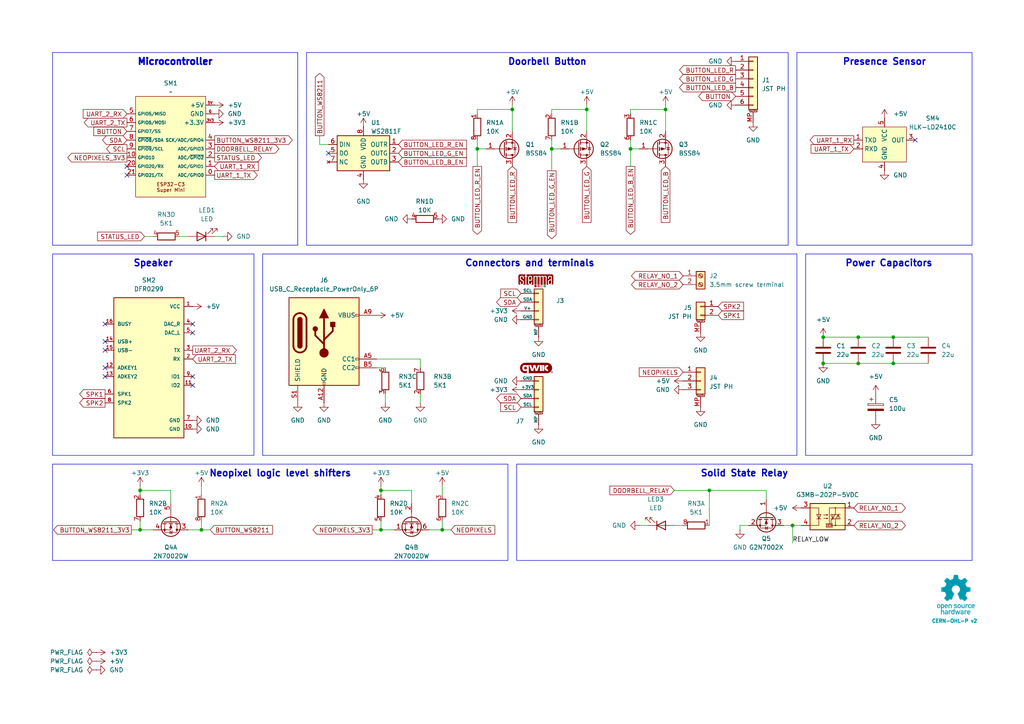
<source format=kicad_sch>
(kicad_sch (version 20231120) (generator "eeschema") (generator_version "8.0")
  (paper "A4")
  (lib_symbols
    (symbol "Connector:Screw_Terminal_01x02" (pin_names (offset 1.016) hide)
      (property "Reference" "J" (at 0 2.54 0))
      (property "Value" "Screw_Terminal_01x02" (at 0 -5.08 0))
      (symbol "Screw_Terminal_01x02_1_1"
        (pin passive line (at -5.08 0 0) (length 3.81) (name "Pin_1") (number "1"))
        (pin passive line (at -5.08 -2.54 0) (length 3.81) (name "Pin_2") (number "2"))
      )
    )
    (symbol "Connector_Generic_MountingPin:Conn_01x02_MountingPin" (pin_names (offset 1.016) hide)
      (property "Reference" "J" (at 0 2.54 0))
      (property "Value" "Conn_01x02_MountingPin" (at 1.27 -5.08 0))
      (symbol "Conn_01x02_MountingPin_1_1"
        (text "Mounting" (at 0 -4.191 0) (effects (font (size 0.381 0.381))))
        (pin passive line (at -5.08 0 0) (length 3.81) (name "Pin_1") (number "1"))
        (pin passive line (at -5.08 -2.54 0) (length 3.81) (name "Pin_2") (number "2"))
        (pin passive line (at 0 -7.62 90) (length 3.048) (name "MountPin") (number "MP"))
      )
    )
    (symbol "Connector_Generic_MountingPin:Conn_01x03_MountingPin" (pin_names (offset 1.016) hide)
      (property "Reference" "J" (at 0 5.08 0))
      (property "Value" "Conn_01x03_MountingPin" (at 1.27 -5.08 0))
      (symbol "Conn_01x03_MountingPin_1_1"
        (text "Mounting" (at 0 -4.191 0) (effects (font (size 0.381 0.381))))
        (pin passive line (at -5.08 2.54 0) (length 3.81) (name "Pin_1") (number "1"))
        (pin passive line (at -5.08 0 0) (length 3.81) (name "Pin_2") (number "2"))
        (pin passive line (at -5.08 -2.54 0) (length 3.81) (name "Pin_3") (number "3"))
        (pin passive line (at 0 -7.62 90) (length 3.048) (name "MountPin") (number "MP"))
      )
    )
    (symbol "Connector_Generic_MountingPin:Conn_01x06_MountingPin" (pin_names (offset 1.016) hide)
      (property "Reference" "J" (at 0 7.62 0))
      (property "Value" "Conn_01x06_MountingPin" (at 1.27 -10.16 0))
      (symbol "Conn_01x06_MountingPin_1_1"
        (text "Mounting" (at 0 -9.271 0) (effects (font (size 0.381 0.381))))
        (pin passive line (at -5.08 5.08 0) (length 3.81) (name "Pin_1") (number "1"))
        (pin passive line (at -5.08 2.54 0) (length 3.81) (name "Pin_2") (number "2"))
        (pin passive line (at -5.08 0 0) (length 3.81) (name "Pin_3") (number "3"))
        (pin passive line (at -5.08 -2.54 0) (length 3.81) (name "Pin_4") (number "4"))
        (pin passive line (at -5.08 -5.08 0) (length 3.81) (name "Pin_5") (number "5"))
        (pin passive line (at -5.08 -7.62 0) (length 3.81) (name "Pin_6") (number "6"))
        (pin passive line (at 0 -12.7 90) (length 3.048) (name "MountPin") (number "MP"))
      )
    )
    (symbol "Device:C" (pin_numbers hide) (pin_names (offset 0.254))
      (property "Reference" "C" (at 0.635 2.54 0))
      (property "Value" "C" (at 0.635 -2.54 0))
      (symbol "C_1_1"
        (pin passive line (at 0 3.81 270) (length 2.794) (name "~") (number "1"))
        (pin passive line (at 0 -3.81 90) (length 2.794) (name "~") (number "2"))
      )
    )
    (symbol "Device:C_Polarized" (pin_numbers hide) (pin_names (offset 0.254))
      (property "Reference" "C" (at 0.635 2.54 0))
      (property "Value" "C_Polarized" (at 0.635 -2.54 0))
      (symbol "C_Polarized_1_1"
        (pin passive line (at 0 3.81 270) (length 2.794) (name "~") (number "1"))
        (pin passive line (at 0 -3.81 90) (length 2.794) (name "~") (number "2"))
      )
    )
    (symbol "Device:LED" (pin_numbers hide) (pin_names (offset 1.016) hide)
      (property "Reference" "D" (at 0 2.54 0))
      (property "Value" "LED" (at 0 -2.54 0))
      (symbol "LED_1_1"
        (pin passive line (at -3.81 0 0) (length 2.54) (name "K") (number "1"))
        (pin passive line (at 3.81 0 180) (length 2.54) (name "A") (number "2"))
      )
    )
    (symbol "Device:R_Pack04_Split" (pin_names (offset 0) hide)
      (property "Reference" "RN" (at 2.032 0 90))
      (property "Value" "R_Pack04_Split" (at 0 0 90))
      (symbol "R_Pack04_Split_1_1"
        (pin passive line (at 0 -3.81 90) (length 1.27) (name "R1.1") (number "1"))
        (pin passive line (at 0 3.81 270) (length 1.27) (name "R1.2") (number "8"))
      )
      (symbol "R_Pack04_Split_2_1"
        (pin passive line (at 0 -3.81 90) (length 1.27) (name "R2.1") (number "2"))
        (pin passive line (at 0 3.81 270) (length 1.27) (name "R2.2") (number "7"))
      )
      (symbol "R_Pack04_Split_3_1"
        (pin passive line (at 0 -3.81 90) (length 1.27) (name "R3.1") (number "3"))
        (pin passive line (at 0 3.81 270) (length 1.27) (name "R3.2") (number "6"))
      )
      (symbol "R_Pack04_Split_4_1"
        (pin passive line (at 0 -3.81 90) (length 1.27) (name "R4.1") (number "4"))
        (pin passive line (at 0 3.81 270) (length 1.27) (name "R4.2") (number "5"))
      )
    )
    (symbol "Transistor_FET:BSS84" (pin_names hide)
      (property "Reference" "Q" (at 5.08 1.905 0))
      (property "Value" "BSS84" (at 5.08 0 0))
      (symbol "BSS84_1_1"
        (pin input line (at -5.08 0 0) (length 2.54) (name "G") (number "1"))
        (pin passive line (at 2.54 -5.08 90) (length 2.54) (name "S") (number "2"))
        (pin passive line (at 2.54 5.08 270) (length 2.54) (name "D") (number "3"))
      )
    )
    (symbol "connector:Qwiic" (pin_numbers hide) (pin_names (offset 0))
      (property "Reference" "J" (at 2.54 0 0))
      (symbol "Qwiic_1_1"
        (text "Mounting" (at 0 -6.731 0) (effects (font (size 0.381 0.381))))
        (pin passive line (at -5.08 2.54 0) (length 3.81) (name "GND") (number "1"))
        (pin passive line (at -5.08 0 0) (length 3.81) (name "+3V3") (number "2"))
        (pin passive line (at -5.08 -2.54 0) (length 3.81) (name "SDA") (number "3"))
        (pin passive line (at -5.08 -5.08 0) (length 3.81) (name "SCL") (number "4"))
        (pin passive line (at 0 -10.16 90) (length 3.048) (name "MP") (number "MP"))
      )
    )
    (symbol "connector:STEMMA-I2C" (pin_numbers hide) (pin_names (offset 0))
      (property "Reference" "J" (at 2.54 0 0))
      (symbol "STEMMA-I2C_1_1"
        (text "Mounting" (at 0 -6.731 0) (effects (font (size 0.381 0.381))))
        (pin passive line (at -5.08 2.54 0) (length 3.81) (name "SCL") (number "1"))
        (pin passive line (at -5.08 0 0) (length 3.81) (name "SDA") (number "2"))
        (pin passive line (at -5.08 -2.54 0) (length 3.81) (name "V+") (number "3"))
        (pin passive line (at -5.08 -5.08 0) (length 3.81) (name "GND") (number "4"))
        (pin passive line (at 0 -10.16 90) (length 3.048) (name "MP") (number "MP"))
      )
    )
    (symbol "connector:USB_C_Receptacle_PowerOnly_6P_DEALON_009" (pin_names (offset 1.016))
      (property "Reference" "J" (at 0 16.51 0))
      (property "Value" "USB_C_Receptacle_PowerOnly_6P" (at 0 13.97 0))
      (symbol "USB_C_Receptacle_PowerOnly_6P_DEALON_009_1_1"
        (pin passive line (at 0 -17.78 90) (length 5.08) (name "GND") (number "A12"))
        (pin bidirectional line (at 15.24 -5.08 180) (length 5.08) (name "CC1") (number "A5"))
        (pin passive line (at 15.24 7.62 180) (length 5.08) (name "VBUS") (number "A9"))
        (pin passive line (at 0 -17.78 90) (length 5.08) hide (name "GND") (number "B12"))
        (pin bidirectional line (at 15.24 -7.62 180) (length 5.08) (name "CC2") (number "B5"))
        (pin passive line (at 15.24 7.62 180) (length 5.08) hide (name "VBUS") (number "B9"))
        (pin passive line (at -7.62 -17.78 90) (length 5.08) (name "SHIELD") (number "S1"))
      )
    )
    (symbol "discrete:2N7002DW" (pin_names hide)
      (property "Reference" "Q" (at 5.08 1.905 0))
      (property "Value" "2N7002DW" (at 5.08 0 0))
      (symbol "2N7002DW_1_1"
        (pin passive line (at 2.54 5.08 270) (length 2.54) (name "D") (number "3"))
        (pin passive line (at 2.54 -5.08 90) (length 2.54) (name "S") (number "4"))
        (pin input line (at -5.08 0 0) (length 2.54) (name "G") (number "5"))
      )
      (symbol "2N7002DW_2_1"
        (pin passive line (at 2.54 -5.08 90) (length 2.54) (name "S") (number "1"))
        (pin input line (at -5.08 0 0) (length 2.54) (name "G") (number "2"))
        (pin passive line (at 2.54 5.08 270) (length 2.54) (name "D") (number "6"))
      )
    )
    (symbol "discrete:G2N7002X" (pin_names hide)
      (property "Reference" "Q" (at 5.08 1.905 0))
      (property "Value" "G2N7002X" (at 5.08 0 0))
      (symbol "G2N7002X_1_1"
        (pin input line (at -5.08 0 0) (length 2.54) (name "G") (number "1"))
        (pin passive line (at 2.54 -5.08 90) (length 2.54) (name "S") (number "2"))
        (pin passive line (at 2.54 5.08 270) (length 2.54) (name "D") (number "3"))
      )
    )
    (symbol "discrete:G3MB-202P-5VDC"
      (property "Reference" "U" (at -5.08 5.08 0))
      (property "Value" "G3MB-202P-5VDC" (at 0 5.08 0))
      (symbol "G3MB-202P-5VDC_0_0"
        (text "ZCD" (at 0.508 -2.54 0) (effects (font (size 0.508 0.508))))
      )
      (symbol "G3MB-202P-5VDC_1_1"
        (pin passive line (at 7.62 2.54 180) (length 2.54) (name "~") (number "1"))
        (pin passive line (at 7.62 -2.54 180) (length 2.54) (name "~") (number "2"))
        (pin passive line (at -7.62 2.54 0) (length 2.54) (name "~") (number "3"))
        (pin passive line (at -7.62 -2.54 0) (length 2.54) (name "~") (number "4"))
      )
    )
    (symbol "ic:WS2811F"
      (property "Reference" "U" (at -6.35 6.35 0))
      (property "Value" "WS2811F" (at 5.08 6.35 0))
      (symbol "WS2811F_1_1"
        (pin output line (at 10.16 2.54 180) (length 2.54) (name "OUTR") (number "1"))
        (pin output line (at 10.16 0 180) (length 2.54) (name "OUTG") (number "2"))
        (pin output line (at 10.16 -2.54 180) (length 2.54) (name "OUTB") (number "3"))
        (pin power_in line (at 0 -7.62 90) (length 2.54) (name "GND") (number "4"))
        (pin output line (at -10.16 0 0) (length 2.54) (name "DO") (number "5"))
        (pin input line (at -10.16 2.54 0) (length 2.54) (name "DIN") (number "6"))
        (pin no_connect line (at -10.16 -2.54 0) (length 2.54) (name "NC") (number "7"))
        (pin power_in line (at 0 7.62 270) (length 2.54) (name "VDD") (number "8"))
      )
    )
    (symbol "module:DFR0299" (pin_names (offset 1.016))
      (property "Reference" "SM" (at 0 18.542 0))
      (property "Value" "DFR0299" (at 0 -23.876 0))
      (symbol "DFR0299_0_0"
        (pin power_in line (at 12.7 15.24 180) (length 2.54) (name "VCC") (number "1"))
        (pin bidirectional line (at 12.7 -7.62 180) (length 2.54) (name "IO2") (number "11"))
        (pin input line (at -12.7 -2.54 0) (length 2.54) (name "ADKEY1") (number "12"))
        (pin input line (at -12.7 -5.08 0) (length 2.54) (name "ADKEY2") (number "13"))
        (pin input line (at -12.7 5.08 0) (length 2.54) (name "USB+") (number "14"))
        (pin input line (at -12.7 2.54 0) (length 2.54) (name "USB-") (number "15"))
        (pin input line (at -12.7 10.16 0) (length 2.54) (name "BUSY") (number "16"))
        (pin input line (at 12.7 0 180) (length 2.54) (name "RX") (number "2"))
        (pin output line (at 12.7 2.54 180) (length 2.54) (name "TX") (number "3"))
        (pin output line (at 12.7 10.16 180) (length 2.54) (name "DAC_R") (number "4"))
        (pin output line (at 12.7 7.62 180) (length 2.54) (name "DAC_L") (number "5"))
        (pin passive line (at -12.7 -10.16 0) (length 2.54) (name "SPK1") (number "6"))
        (pin power_in line (at 12.7 -17.78 180) (length 2.54) (name "GND") (number "7"))
        (pin passive line (at -12.7 -12.7 0) (length 2.54) (name "SPK2") (number "8"))
        (pin bidirectional line (at 12.7 -5.08 180) (length 2.54) (name "IO1") (number "9"))
      )
      (symbol "DFR0299_1_0"
        (pin power_in line (at 12.7 -20.32 180) (length 2.54) (name "GND") (number "10"))
      )
    )
    (symbol "module:ESP32-C3-Super-Mini"
      (property "Reference" "SM" (at 0 18.288 0))
      (symbol "ESP32-C3-Super-Mini_1_1"
        (text_box "ESP32-C3\nSuper Mini" (at -7.62 -10.16 0) (size 15.24 -5.08) (stroke (width -0.0001)) (effects (font (size 1.016 1.016)) (justify top)))
        (pin passive line (at 12.7 -8.89 180) (length 2.54) (name "ADC/GPIO0") (number "0"))
        (pin passive line (at 12.7 -6.35 180) (length 2.54) (name "ADC/GPIO1") (number "1"))
        (pin passive line (at -12.7 -3.81 0) (length 2.54) (name "GPIO10") (number "10"))
        (pin passive line (at 12.7 -3.81 180) (length 2.54) (name "ADC/~{GPIO2}") (number "2"))
        (pin passive line (at -12.7 -6.35 0) (length 2.54) (name "GPIO20/RX") (number "20"))
        (pin passive line (at -12.7 -8.89 0) (length 2.54) (name "GPIO21/TX") (number "21"))
        (pin passive line (at 12.7 -1.27 180) (length 2.54) (name "ADC/GPIO3") (number "3"))
        (pin power_in line (at 12.7 6.35 180) (length 2.54) (name "+3.3V") (number "3V3"))
        (pin passive line (at 12.7 1.27 180) (length 2.54) (name "SCK/ADC/GPIO4") (number "4"))
        (pin passive line (at -12.7 8.89 0) (length 2.54) (name "GPIO5/MISO") (number "5"))
        (pin power_in line (at 12.7 11.43 180) (length 2.54) (name "+5V") (number "5V"))
        (pin passive line (at -12.7 6.35 0) (length 2.54) (name "GPIO6/MOSI") (number "6"))
        (pin passive line (at -12.7 3.81 0) (length 2.54) (name "GPIO7/SS") (number "7"))
        (pin passive line (at -12.7 1.27 0) (length 2.54) (name "~{GPIO8}/SDA") (number "8"))
        (pin passive line (at -12.7 -1.27 0) (length 2.54) (name "~{GPIO9}/SCL") (number "9"))
        (pin power_in line (at 12.7 8.89 180) (length 2.54) (name "GND") (number "G"))
      )
    )
    (symbol "module:HLK-LD2410C"
      (property "Reference" "SM" (at 8.89 10.16 0))
      (property "Value" "HLK-LD2410C" (at 8.89 7.62 0))
      (symbol "HLK-LD2410C_1_1"
        (pin output line (at -8.89 1.27 0) (length 2.54) (name "TXD") (number "1"))
        (pin input line (at -8.89 -1.27 0) (length 2.54) (name "RXD") (number "2"))
        (pin output line (at 8.89 1.27 180) (length 2.54) (name "OUT") (number "3"))
        (pin power_in line (at 0 -7.62 90) (length 2.54) (name "GND") (number "4"))
        (pin power_in line (at 0 7.62 270) (length 2.54) (name "VCC") (number "5"))
      )
    )
    (symbol "power:+3V3" (power) (pin_numbers hide) (pin_names (offset 0) hide)
      (property "Value" "+3V3" (at 0 3.556 0))
      (symbol "+3V3_1_1"
        (pin power_in line (at 0 0 90) (length 0) (name "~") (number "1"))
      )
    )
    (symbol "power:+5V" (power) (pin_numbers hide) (pin_names (offset 0) hide)
      (property "Value" "+5V" (at 0 3.556 0))
      (symbol "+5V_1_1"
        (pin power_in line (at 0 0 90) (length 0) (name "~") (number "1"))
      )
    )
    (symbol "power:GND" (power) (pin_numbers hide) (pin_names (offset 0) hide)
      (property "Value" "GND" (at 0 -3.81 0))
      (symbol "GND_1_1"
        (pin power_in line (at 0 0 270) (length 0) (name "~") (number "1"))
      )
    )
    (symbol "power:PWR_FLAG" (power) (pin_numbers hide) (pin_names (offset 0) hide)
      (property "Value" "PWR_FLAG" (at 0 3.81 0))
      (symbol "PWR_FLAG_0_0"
        (pin power_out line (at 0 0 90) (length 0) (name "~") (number "1"))
      )
    )
    (symbol "power:VCC" (power) (pin_numbers hide) (pin_names (offset 0) hide)
      (property "Value" "VCC" (at 0 3.556 0))
      (symbol "VCC_1_1"
        (pin power_in line (at 0 0 90) (length 0) (name "~") (number "1"))
      )
    )
  )
  (junction (at 193.04 31.75))
  (junction (at 238.76 97.79))
  (junction (at 259.08 97.79))
  (junction (at 148.59 31.75))
  (junction (at 110.49 153.67))
  (junction (at 110.49 142.24))
  (junction (at 182.88 43.18))
  (junction (at 138.43 43.18))
  (junction (at 259.08 105.41))
  (junction (at 205.74 142.24))
  (junction (at 238.76 105.41))
  (junction (at 40.64 153.67))
  (junction (at 229.87 152.4))
  (junction (at 248.92 105.41))
  (junction (at 160.02 43.18))
  (junction (at 170.18 31.75))
  (junction (at 58.42 153.67))
  (junction (at 128.27 153.67))
  (junction (at 248.92 97.79))
  (junction (at 40.64 142.24))
  (no_connect (at 95.25 44.45))
  (no_connect (at 36.83 50.8))
  (no_connect (at 55.88 93.98))
  (no_connect (at 265.43 40.64))
  (no_connect (at 55.88 109.22))
  (no_connect (at 30.48 93.98))
  (no_connect (at 55.88 96.52))
  (no_connect (at 55.88 111.76))
  (no_connect (at 30.48 99.06))
  (no_connect (at 30.48 101.6))
  (no_connect (at 30.48 106.68))
  (no_connect (at 36.83 48.26))
  (no_connect (at 30.48 109.22))
  (wire (pts (xy 58.42 140.97) (xy 58.42 143.51)))
  (wire (pts (xy 248.92 105.41) (xy 259.08 105.41)))
  (wire (pts (xy 138.43 31.75) (xy 148.59 31.75)))
  (wire (pts (xy 160.02 33.02) (xy 160.02 31.75)))
  (wire (pts (xy 110.49 142.24) (xy 110.49 143.51)))
  (wire (pts (xy 205.74 142.24) (xy 222.25 142.24)))
  (wire (pts (xy 193.04 31.75) (xy 193.04 38.1)))
  (wire (pts (xy 49.53 146.05) (xy 49.53 142.24)))
  (wire (pts (xy 148.59 31.75) (xy 148.59 30.48)))
  (wire (pts (xy 205.74 142.24) (xy 195.58 142.24)))
  (wire (pts (xy 238.76 97.79) (xy 248.92 97.79)))
  (wire (pts (xy 110.49 140.97) (xy 110.49 142.24)))
  (wire (pts (xy 128.27 153.67) (xy 128.27 151.13)))
  (wire (pts (xy 238.76 105.41) (xy 248.92 105.41)))
  (wire (pts (xy 187.96 152.4) (xy 185.42 152.4)))
  (wire (pts (xy 110.49 151.13) (xy 110.49 153.67)))
  (wire (pts (xy 119.38 142.24) (xy 110.49 142.24)))
  (wire (pts (xy 119.38 146.05) (xy 119.38 142.24)))
  (wire (pts (xy 109.22 106.68) (xy 111.76 106.68)))
  (wire (pts (xy 185.42 43.18) (xy 182.88 43.18)))
  (wire (pts (xy 182.88 43.18) (xy 182.88 40.64)))
  (wire (pts (xy 49.53 142.24) (xy 40.64 142.24)))
  (wire (pts (xy 138.43 43.18) (xy 138.43 48.26)))
  (wire (pts (xy 107.95 153.67) (xy 110.49 153.67)))
  (wire (pts (xy 40.64 142.24) (xy 40.64 143.51)))
  (wire (pts (xy 205.74 142.24) (xy 205.74 152.4)))
  (wire (pts (xy 182.88 33.02) (xy 182.88 31.75)))
  (wire (pts (xy 170.18 31.75) (xy 170.18 38.1)))
  (wire (pts (xy 227.33 152.4) (xy 229.87 152.4)))
  (wire (pts (xy 160.02 43.18) (xy 160.02 40.64)))
  (wire (pts (xy 182.88 43.18) (xy 182.88 48.26)))
  (wire (pts (xy 111.76 114.3) (xy 111.76 116.84)))
  (wire (pts (xy 40.64 140.97) (xy 40.64 142.24)))
  (wire (pts (xy 109.22 104.14) (xy 121.92 104.14)))
  (wire (pts (xy 248.92 97.79) (xy 259.08 97.79)))
  (wire (pts (xy 54.61 153.67) (xy 58.42 153.67)))
  (wire (pts (xy 170.18 31.75) (xy 170.18 30.48)))
  (wire (pts (xy 140.97 43.18) (xy 138.43 43.18)))
  (wire (pts (xy 41.91 68.58) (xy 44.45 68.58)))
  (wire (pts (xy 52.07 68.58) (xy 54.61 68.58)))
  (wire (pts (xy 193.04 31.75) (xy 193.04 30.48)))
  (wire (pts (xy 58.42 153.67) (xy 58.42 151.13)))
  (wire (pts (xy 214.63 153.67) (xy 214.63 152.4)))
  (wire (pts (xy 138.43 43.18) (xy 138.43 40.64)))
  (wire (pts (xy 222.25 144.78) (xy 222.25 142.24)))
  (wire (pts (xy 121.92 116.84) (xy 121.92 114.3)))
  (wire (pts (xy 92.71 39.37) (xy 92.71 41.91)))
  (wire (pts (xy 128.27 140.97) (xy 128.27 143.51)))
  (wire (pts (xy 58.42 153.67) (xy 60.96 153.67)))
  (wire (pts (xy 259.08 97.79) (xy 269.24 97.79)))
  (wire (pts (xy 214.63 152.4) (xy 217.17 152.4)))
  (wire (pts (xy 40.64 151.13) (xy 40.64 153.67)))
  (wire (pts (xy 259.08 105.41) (xy 269.24 105.41)))
  (wire (pts (xy 110.49 153.67) (xy 114.3 153.67)))
  (wire (pts (xy 182.88 31.75) (xy 193.04 31.75)))
  (wire (pts (xy 40.64 153.67) (xy 44.45 153.67)))
  (wire (pts (xy 162.56 43.18) (xy 160.02 43.18)))
  (wire (pts (xy 38.1 153.67) (xy 40.64 153.67)))
  (wire (pts (xy 229.87 152.4) (xy 229.87 157.48)))
  (wire (pts (xy 148.59 31.75) (xy 148.59 38.1)))
  (wire (pts (xy 121.92 104.14) (xy 121.92 106.68)))
  (wire (pts (xy 160.02 31.75) (xy 170.18 31.75)))
  (wire (pts (xy 138.43 33.02) (xy 138.43 31.75)))
  (wire (pts (xy 160.02 43.18) (xy 160.02 49.53)))
  (wire (pts (xy 92.71 41.91) (xy 95.25 41.91)))
  (wire (pts (xy 198.12 152.4) (xy 195.58 152.4)))
  (wire (pts (xy 62.23 68.58) (xy 64.77 68.58)))
  (wire (pts (xy 124.46 153.67) (xy 128.27 153.67)))
  (wire (pts (xy 229.87 152.4) (xy 232.41 152.4)))
  (wire (pts (xy 128.27 153.67) (xy 130.81 153.67)))
  (image (at 277.241 172.466) (scale 0.1691))
  (text_box "Microcontroller" (at 15.24 15.24 0) (size 71.12 55.88) (effects (font (size 1.905 1.905) (thickness 0.508) (bold yes)) (justify top)))
  (text_box "Doorbell Button" (at 88.9 15.24 0) (size 139.7 55.88) (effects (font (size 1.905 1.905) (thickness 0.381) (bold yes)) (justify top)))
  (text_box "Presence Sensor" (at 231.14 15.24 0) (size 50.8 55.88) (effects (font (size 1.905 1.905) (thickness 0.381) (bold yes)) (justify top)))
  (text_box "Power Capacitors" (at 233.68 73.66 0) (size 48.26 58.42) (effects (font (size 1.905 1.905) (thickness 0.381) (bold yes)) (justify top)))
  (text_box "Solid State Relay" (at 149.86 134.62 0) (size 132.08 27.94) (effects (font (size 1.905 1.905) (thickness 0.381) (bold yes)) (justify top)))
  (text_box "Speaker" (at 15.24 73.66 0) (size 58.42 58.42) (effects (font (size 1.905 1.905) (thickness 0.381) (bold yes)) (justify top)))
  (text_box "Neopixel logic level shifters" (at 15.24 134.62 0) (size 132.08 27.94) (effects (font (size 1.905 1.905) (thickness 0.381) (bold yes)) (justify top)))
  (text_box "Connectors and terminals" (at 76.2 73.66 0) (size 154.94 58.42) (effects (font (size 1.905 1.905) (thickness 0.381) (bold yes)) (justify top)))
  (text "CERN-OHL-P v2" (at 276.86 180.34 0) (effects (font (size 1.016 1.016) (thickness 0.4) (bold yes))))
  (label "RELAY_LOW" (at 229.87 157.48 0))
  (global_label "SPK2" (shape output) (at 30.48 116.84 180) (property "Intersheetrefs" "${INTERSHEET_REFS}" (effects (hide yes))))
  (global_label "RELAY_NO_2" (shape bidirectional) (at 198.12 82.55 180) (property "Intersheetrefs" "${INTERSHEET_REFS}" (effects (hide yes))))
  (global_label "SCL" (shape input) (at 151.13 118.11 180) (property "Intersheetrefs" "${INTERSHEET_REFS}" (effects (hide yes))))
  (global_label "RELAY_NO_2" (shape bidirectional) (at 247.65 152.4 0) (property "Intersheetrefs" "${INTERSHEET_REFS}" (effects (hide yes))))
  (global_label "UART_2_TX" (shape output) (at 36.83 35.56 180) (property "Intersheetrefs" "${INTERSHEET_REFS}" (effects (hide yes))))
  (global_label "NEOPIXELS_3V3" (shape output) (at 36.83 45.72 180) (property "Intersheetrefs" "${INTERSHEET_REFS}" (effects (hide yes))))
  (global_label "NEOPIXELS" (shape input) (at 198.12 107.95 180) (property "Intersheetrefs" "${INTERSHEET_REFS}" (effects (hide yes))))
  (global_label "BUTTON_LED_R" (shape input) (at 148.59 48.26 270) (property "Intersheetrefs" "${INTERSHEET_REFS}" (effects (hide yes))))
  (global_label "UART_1_TX" (shape input) (at 247.65 43.18 180) (property "Intersheetrefs" "${INTERSHEET_REFS}" (effects (hide yes))))
  (global_label "STATUS_LED" (shape input) (at 41.91 68.58 180) (property "Intersheetrefs" "${INTERSHEET_REFS}" (effects (hide yes))))
  (global_label "UART_2_TX" (shape input) (at 55.88 104.14 0) (property "Intersheetrefs" "${INTERSHEET_REFS}" (effects (hide yes))))
  (global_label "SDA" (shape bidirectional) (at 151.13 87.63 180) (property "Intersheetrefs" "${INTERSHEET_REFS}" (effects (hide yes))))
  (global_label "SDA" (shape bidirectional) (at 151.13 115.57 180) (property "Intersheetrefs" "${INTERSHEET_REFS}" (effects (hide yes))))
  (global_label "BUTTON_LED_R_EN" (shape input) (at 115.57 41.91 0) (property "Intersheetrefs" "${INTERSHEET_REFS}" (effects (hide yes))))
  (global_label "SDA" (shape bidirectional) (at 36.83 40.64 180) (property "Intersheetrefs" "${INTERSHEET_REFS}" (effects (hide yes))))
  (global_label "DOORBELL_RELAY" (shape output) (at 62.23 43.18 0) (property "Intersheetrefs" "${INTERSHEET_REFS}" (effects (hide yes))))
  (global_label "BUTTON" (shape bidirectional) (at 213.36 27.94 180) (property "Intersheetrefs" "${INTERSHEET_REFS}" (effects (hide yes))))
  (global_label "DOORBELL_RELAY" (shape input) (at 195.58 142.24 180) (property "Intersheetrefs" "${INTERSHEET_REFS}" (effects (hide yes))))
  (global_label "BUTTON_WS8211" (shape output) (at 92.71 39.37 90) (property "Intersheetrefs" "${INTERSHEET_REFS}" (effects (hide yes))))
  (global_label "SCL" (shape output) (at 36.83 43.18 180) (property "Intersheetrefs" "${INTERSHEET_REFS}" (effects (hide yes))))
  (global_label "BUTTON_LED_B" (shape output) (at 213.36 25.4 180) (property "Intersheetrefs" "${INTERSHEET_REFS}" (effects (hide yes))))
  (global_label "SCL" (shape input) (at 151.13 85.09 180) (property "Intersheetrefs" "${INTERSHEET_REFS}" (effects (hide yes))))
  (global_label "UART_2_RX" (shape output) (at 55.88 101.6 0) (property "Intersheetrefs" "${INTERSHEET_REFS}" (effects (hide yes))))
  (global_label "UART_1_RX" (shape input) (at 62.23 48.26 0) (property "Intersheetrefs" "${INTERSHEET_REFS}" (effects (hide yes))))
  (global_label "STATUS_LED" (shape output) (at 62.23 45.72 0) (property "Intersheetrefs" "${INTERSHEET_REFS}" (effects (hide yes))))
  (global_label "BUTTON_LED_G" (shape output) (at 213.36 22.86 180) (property "Intersheetrefs" "${INTERSHEET_REFS}" (effects (hide yes))))
  (global_label "BUTTON_LED_B_EN" (shape output) (at 182.88 48.26 270) (property "Intersheetrefs" "${INTERSHEET_REFS}" (effects (hide yes))))
  (global_label "BUTTON_LED_G" (shape input) (at 170.18 48.26 270) (property "Intersheetrefs" "${INTERSHEET_REFS}" (effects (hide yes))))
  (global_label "BUTTON_WS8211_3V3" (shape output) (at 62.23 40.64 0) (property "Intersheetrefs" "${INTERSHEET_REFS}" (effects (hide yes))))
  (global_label "BUTTON_LED_B" (shape input) (at 193.04 48.26 270) (property "Intersheetrefs" "${INTERSHEET_REFS}" (effects (hide yes))))
  (global_label "NEOPIXELS_3V3" (shape output) (at 107.95 153.67 180) (property "Intersheetrefs" "${INTERSHEET_REFS}" (effects (hide yes))))
  (global_label "SPK1" (shape output) (at 30.48 114.3 180) (property "Intersheetrefs" "${INTERSHEET_REFS}" (effects (hide yes))))
  (global_label "BUTTON_LED_R" (shape output) (at 213.36 20.32 180) (property "Intersheetrefs" "${INTERSHEET_REFS}" (effects (hide yes))))
  (global_label "UART_1_TX" (shape output) (at 62.23 50.8 0) (property "Intersheetrefs" "${INTERSHEET_REFS}" (effects (hide yes))))
  (global_label "RELAY_NO_1" (shape bidirectional) (at 198.12 80.01 180) (property "Intersheetrefs" "${INTERSHEET_REFS}" (effects (hide yes))))
  (global_label "BUTTON" (shape input) (at 36.83 38.1 180) (property "Intersheetrefs" "${INTERSHEET_REFS}" (effects (hide yes))))
  (global_label "SPK1" (shape input) (at 208.28 91.44 0) (property "Intersheetrefs" "${INTERSHEET_REFS}" (effects (hide yes))))
  (global_label "UART_1_RX" (shape output) (at 247.65 40.64 180) (property "Intersheetrefs" "${INTERSHEET_REFS}" (effects (hide yes))))
  (global_label "BUTTON_LED_G_EN" (shape input) (at 115.57 44.45 0) (property "Intersheetrefs" "${INTERSHEET_REFS}" (effects (hide yes))))
  (global_label "BUTTON_LED_B_EN" (shape input) (at 115.57 46.99 0) (property "Intersheetrefs" "${INTERSHEET_REFS}" (effects (hide yes))))
  (global_label "RELAY_NO_1" (shape bidirectional) (at 247.65 147.32 0) (property "Intersheetrefs" "${INTERSHEET_REFS}" (effects (hide yes))))
  (global_label "BUTTON_WS8211" (shape input) (at 60.96 153.67 0) (property "Intersheetrefs" "${INTERSHEET_REFS}" (effects (hide yes))))
  (global_label "BUTTON_WS8211_3V3" (shape output) (at 38.1 153.67 180) (property "Intersheetrefs" "${INTERSHEET_REFS}" (effects (hide yes))))
  (global_label "NEOPIXELS" (shape input) (at 130.81 153.67 0) (property "Intersheetrefs" "${INTERSHEET_REFS}" (effects (hide yes))))
  (global_label "BUTTON_LED_R_EN" (shape output) (at 138.43 48.26 270) (property "Intersheetrefs" "${INTERSHEET_REFS}" (effects (hide yes))))
  (global_label "UART_2_RX" (shape input) (at 36.83 33.02 180) (property "Intersheetrefs" "${INTERSHEET_REFS}" (effects (hide yes))))
  (global_label "BUTTON_LED_G_EN" (shape output) (at 160.02 49.53 270) (property "Intersheetrefs" "${INTERSHEET_REFS}" (effects (hide yes))))
  (global_label "SPK2" (shape input) (at 208.28 88.9 0) (property "Intersheetrefs" "${INTERSHEET_REFS}" (effects (hide yes))))
  (symbol (lib_id "Device:C") (at 238.76 101.6 0) (unit 1)
    (property "Reference" "C1" (at 242.57 100.3299 0) (effects (justify left)))
    (property "Value" "22u" (at 242.57 102.8699 0) (effects (justify left)))
    (property "Footprint" "discrete:C_0603_1608Metric" (effects (hide yes)))
    (property "Description" "Unpolarized capacitor" (effects (hide yes)))
  )
  (symbol (lib_id "power:GND") (at 203.2 96.52 0) (unit 1)
    (property "Reference" "#PWR039" (effects (hide yes)))
    (property "Value" "GND" (at 203.2 101.6 0))
    (property "Description" "Power symbol creates a global label with name \"GND\" , ground" (effects (hide yes)))
  )
  (symbol (lib_id "Transistor_FET:BSS84") (at 146.05 43.18 0) (mirror x) (unit 1)
    (property "Reference" "Q1" (at 152.4 41.9099 0) (effects (justify left)))
    (property "Value" "BSS84" (at 152.4 44.4499 0) (effects (justify left)))
    (property "Footprint" "package:SOT-23" (effects (hide yes)))
    (property "Datasheet" "http://assets.nexperia.com/documents/data-sheet/BSS84.pdf" (effects (hide yes)))
    (property "Description" "-0.13A Id, -50V Vds, P-Channel MOSFET, SOT-23" (effects (hide yes)))
  )
  (symbol (lib_id "power:+5V") (at 238.76 97.79 0) (unit 1)
    (property "Reference" "#PWR032" (effects (hide yes)))
    (property "Value" "+5V" (at 238.76 92.71 0))
    (property "Description" "Power symbol creates a global label with name \"+5V\"" (effects (hide yes)))
  )
  (symbol (lib_id "Device:R_Pack04_Split") (at 201.93 152.4 90) (unit 1)
    (property "Reference" "RN3" (at 201.93 146.05 90))
    (property "Value" "5K1" (at 201.93 148.59 90))
    (property "Footprint" "discrete:R_Array_Convex_4x0603_HandSolder" (effects (hide yes)))
    (property "Description" "4 resistor network, parallel topology, split" (effects (hide yes)))
  )
  (symbol (lib_id "discrete:G3MB-202P-5VDC") (at 240.03 149.86 0) (unit 1)
    (property "Reference" "U2" (at 240.03 140.97 0))
    (property "Value" "G3MB-202P-5VDC" (at 240.03 143.51 0))
    (property "Footprint" "discrete:Relay_G3MB-202P" (effects (hide yes)))
    (property "Datasheet" "http://www.sharp-world.com/products/device/lineup/data/pdf/datasheet/s102s02_e.pdf" (effects (hide yes)))
    (property "Description" "Zero Cross Opto-Triac, Vdrm 240V, Ift 50mA, IT 2A" (effects (hide yes)))
  )
  (symbol (lib_id "Device:R_Pack04_Split") (at 138.43 36.83 180) (unit 1)
    (property "Reference" "RN1" (at 140.97 35.5599 0) (effects (justify right)))
    (property "Value" "10K" (at 140.97 38.0999 0) (effects (justify right)))
    (property "Footprint" "discrete:R_Array_Convex_4x0603_HandSolder" (effects (hide yes)))
    (property "Description" "4 resistor network, parallel topology, split" (effects (hide yes)))
  )
  (symbol (lib_id "power:+5V") (at 58.42 140.97 0) (unit 1)
    (property "Reference" "#PWR019" (effects (hide yes)))
    (property "Value" "+5V" (at 58.42 137.16 0))
    (property "Description" "Power symbol creates a global label with name \"+5V\"" (effects (hide yes)))
  )
  (symbol (lib_id "power:GND") (at 93.98 116.84 0) (unit 1)
    (property "Reference" "#PWR040" (effects (hide yes)))
    (property "Value" "GND" (at 93.98 121.92 0))
    (property "Description" "Power symbol creates a global label with name \"GND\" , ground" (effects (hide yes)))
  )
  (symbol (lib_id "Device:C") (at 248.92 101.6 0) (unit 1)
    (property "Reference" "C2" (at 252.73 100.3299 0) (effects (justify left)))
    (property "Value" "22u" (at 252.73 102.8699 0) (effects (justify left)))
    (property "Footprint" "discrete:C_0603_1608Metric" (effects (hide yes)))
    (property "Description" "Unpolarized capacitor" (effects (hide yes)))
  )
  (symbol (lib_id "power:GND") (at 55.88 124.46 90) (unit 1)
    (property "Reference" "#PWR027" (effects (hide yes)))
    (property "Value" "GND" (at 59.69 124.4601 90) (effects (justify right)))
    (property "Description" "Power symbol creates a global label with name \"GND\" , ground" (effects (hide yes)))
  )
  (symbol (lib_id "Device:C_Polarized") (at 254 118.11 0) (unit 1)
    (property "Reference" "C5" (at 257.81 115.9509 0) (effects (justify left)))
    (property "Value" "100u" (at 257.81 118.4909 0) (effects (justify left)))
    (property "Footprint" "Capacitor_SMD:CP_Elec_5x5.4" (effects (hide yes)))
    (property "Description" "Polarized capacitor" (effects (hide yes)))
    (property "LCSC Part" "C4054379" (effects (hide yes)))
  )
  (symbol (lib_id "power:GND") (at 256.54 49.53 0) (unit 1)
    (property "Reference" "#PWR010" (effects (hide yes)))
    (property "Value" "GND" (at 259.08 50.7999 0) (effects (justify left)))
    (property "Description" "Power symbol creates a global label with name \"GND\" , ground" (effects (hide yes)))
  )
  (symbol (lib_id "Device:C") (at 259.08 101.6 0) (unit 1)
    (property "Reference" "C3" (at 262.89 100.3299 0) (effects (justify left)))
    (property "Value" "22u" (at 262.89 102.8699 0) (effects (justify left)))
    (property "Footprint" "discrete:C_0603_1608Metric" (effects (hide yes)))
    (property "Description" "Unpolarized capacitor" (effects (hide yes)))
  )
  (symbol (lib_id "connector:Qwiic") (at 156.21 113.03 0) (unit 1)
    (property "Reference" "J7" (at 149.606 122.174 0) (effects (justify left)))
    (property "Value" "Qwiic" (effects (hide yes)))
    (property "Footprint" "connector:Qwiic-SMD-horizontal-logo" (effects (hide yes)))
    (property "Datasheet" "https://www.sparkfun.com/qwiic" (effects (hide yes)))
    (property "Description" "Qwiic connector, JST SH 1.0mm 1x04" (effects (hide yes)))
    (property "LCSC Part" "C19270571" (effects (hide yes)))
  )
  (symbol (lib_id "power:GND") (at 198.12 113.03 270) (unit 1)
    (property "Reference" "#PWR029" (effects (hide yes)))
    (property "Value" "GND" (at 194.31 113.0299 90) (effects (justify right)))
    (property "Description" "Power symbol creates a global label with name \"GND\" , ground" (effects (hide yes)))
  )
  (symbol (lib_id "Device:R_Pack04_Split") (at 111.76 110.49 0) (unit 3)
    (property "Reference" "RN3" (at 115.57 109.2199 0) (effects (justify left)))
    (property "Value" "5K1" (at 115.57 111.7599 0) (effects (justify left)))
    (property "Footprint" "discrete:R_Array_Convex_4x0603_HandSolder" (effects (hide yes)))
    (property "Description" "4 resistor network, parallel topology, split" (effects (hide yes)))
  )
  (symbol (lib_id "power:GND") (at 254 121.92 0) (unit 1)
    (property "Reference" "#PWR047" (effects (hide yes)))
    (property "Value" "GND" (at 254 127 0))
    (property "Description" "Power symbol creates a global label with name \"GND\" , ground" (effects (hide yes)))
  )
  (symbol (lib_id "Device:R_Pack04_Split") (at 182.88 36.83 180) (unit 3)
    (property "Reference" "RN1" (at 185.42 35.5599 0) (effects (justify right)))
    (property "Value" "10K" (at 185.42 38.0999 0) (effects (justify right)))
    (property "Footprint" "discrete:R_Array_Convex_4x0603_HandSolder" (effects (hide yes)))
    (property "Description" "4 resistor network, parallel topology, split" (effects (hide yes)))
  )
  (symbol (lib_id "Device:C") (at 269.24 101.6 0) (unit 1)
    (property "Reference" "C4" (at 273.05 100.3299 0) (effects (justify left)))
    (property "Value" "22u" (at 273.05 102.8699 0) (effects (justify left)))
    (property "Footprint" "discrete:C_0603_1608Metric" (effects (hide yes)))
    (property "Description" "Unpolarized capacitor" (effects (hide yes)))
  )
  (symbol (lib_id "connector:USB_C_Receptacle_PowerOnly_6P_DEALON_009") (at 93.98 99.06 0) (unit 1)
    (property "Reference" "J6" (at 93.98 81.28 0))
    (property "Value" "USB_C_Receptacle_PowerOnly_6P" (at 93.98 83.82 0))
    (property "Footprint" "connector:USB_C_Receptacle_GCT_USB4125-xx-x_6P_TopMnt_Horizontal_HandSolder" (effects (hide yes)))
    (property "Datasheet" "https://www.lcsc.com/datasheet/lcsc_datasheet_2410010031_DEALON-USB-TYPE-C-009_C2927029.pdf" (effects (hide yes)))
    (property "Description" "USB Power-Only 6P Type-C Receptacle connector, 5 amps" (effects (hide yes)))
    (property "LCSC Part" "C2927029" (effects (hide yes)))
  )
  (symbol (lib_id "power:GND") (at 86.36 116.84 0) (unit 1)
    (property "Reference" "#PWR030" (effects (hide yes)))
    (property "Value" "GND" (at 86.36 121.92 0))
    (property "Description" "Power symbol creates a global label with name \"GND\" , ground" (effects (hide yes)))
  )
  (symbol (lib_id "power:+5V") (at 62.23 30.48 270) (unit 1)
    (property "Reference" "#PWR03" (effects (hide yes)))
    (property "Value" "+5V" (at 66.04 30.4801 90) (effects (justify left)))
    (property "Description" "Power symbol creates a global label with name \"+5V\"" (effects (hide yes)))
  )
  (symbol (lib_id "Device:R_Pack04_Split") (at 58.42 147.32 180) (unit 1)
    (property "Reference" "RN2" (at 60.96 146.0499 0) (effects (justify right)))
    (property "Value" "10K" (at 60.96 148.5899 0) (effects (justify right)))
    (property "Footprint" "discrete:R_Array_Convex_4x0603_HandSolder" (effects (hide yes)))
    (property "Description" "4 resistor network, parallel topology, split" (effects (hide yes)))
  )
  (symbol (lib_id "power:GND") (at 151.13 110.49 270) (unit 1)
    (property "Reference" "#PWR044" (effects (hide yes)))
    (property "Value" "GND" (at 147.32 110.4899 90) (effects (justify right)))
    (property "Description" "Power symbol creates a global label with name \"GND\" , ground" (effects (hide yes)))
  )
  (symbol (lib_id "power:GND") (at 105.41 52.07 0) (unit 1)
    (property "Reference" "#PWR014" (effects (hide yes)))
    (property "Value" "GND" (at 105.41 58.42 0))
    (property "Description" "Power symbol creates a global label with name \"GND\" , ground" (effects (hide yes)))
  )
  (symbol (lib_id "power:GND") (at 111.76 116.84 0) (unit 1)
    (property "Reference" "#PWR042" (effects (hide yes)))
    (property "Value" "GND" (at 111.76 121.92 0))
    (property "Description" "Power symbol creates a global label with name \"GND\" , ground" (effects (hide yes)))
  )
  (symbol (lib_id "power:+5V") (at 198.12 110.49 90) (unit 1)
    (property "Reference" "#PWR028" (effects (hide yes)))
    (property "Value" "+5V" (at 194.31 110.4899 90) (effects (justify left)))
    (property "Description" "Power symbol creates a global label with name \"+5V\"" (effects (hide yes)))
  )
  (symbol (lib_id "power:+3V3") (at 40.64 140.97 0) (unit 1)
    (property "Reference" "#PWR034" (effects (hide yes)))
    (property "Value" "+3V3" (at 40.64 137.16 0))
    (property "Description" "Power symbol creates a global label with name \"+3V3\"" (effects (hide yes)))
  )
  (symbol (lib_id "Transistor_FET:BSS84") (at 167.64 43.18 0) (mirror x) (unit 1)
    (property "Reference" "Q2" (at 173.99 41.9099 0) (effects (justify left)))
    (property "Value" "BSS84" (at 173.99 44.4499 0) (effects (justify left)))
    (property "Footprint" "package:SOT-23" (effects (hide yes)))
    (property "Datasheet" "http://assets.nexperia.com/documents/data-sheet/BSS84.pdf" (effects (hide yes)))
    (property "Description" "-0.13A Id, -50V Vds, P-Channel MOSFET, SOT-23" (effects (hide yes)))
  )
  (symbol (lib_id "power:+3V3") (at 62.23 35.56 270) (unit 1)
    (property "Reference" "#PWR05" (effects (hide yes)))
    (property "Value" "+3V3" (at 66.04 35.5601 90) (effects (justify left)))
    (property "Description" "Power symbol creates a global label with name \"+3V3\"" (effects (hide yes)))
  )
  (symbol (lib_id "power:GND") (at 121.92 116.84 0) (unit 1)
    (property "Reference" "#PWR043" (effects (hide yes)))
    (property "Value" "GND" (at 121.92 121.92 0))
    (property "Description" "Power symbol creates a global label with name \"GND\" , ground" (effects (hide yes)))
  )
  (symbol (lib_id "module:DFR0299") (at 43.18 104.14 0) (unit 1)
    (property "Reference" "SM2" (at 43.18 81.28 0))
    (property "Value" "DFR0299" (at 43.18 83.82 0))
    (property "Footprint" "module:DFPlayer-Mini-DFR0299-module" (effects (hide yes)))
    (property "Description" "Dfplayer - a Mini Mp3 Player" (effects (hide yes)))
  )
  (symbol (lib_id "Device:R_Pack04_Split") (at 121.92 110.49 0) (unit 2)
    (property "Reference" "RN3" (at 125.73 109.2199 0) (effects (justify left)))
    (property "Value" "5K1" (at 125.73 111.7599 0) (effects (justify left)))
    (property "Footprint" "discrete:R_Array_Convex_4x0603_HandSolder" (effects (hide yes)))
    (property "Description" "4 resistor network, parallel topology, split" (effects (hide yes)))
  )
  (symbol (lib_id "power:+5V") (at 148.59 30.48 0) (unit 1)
    (property "Reference" "#PWR015" (effects (hide yes)))
    (property "Value" "+5V" (at 148.59 26.67 0))
    (property "Description" "Power symbol creates a global label with name \"+5V\"" (effects (hide yes)))
  )
  (symbol (lib_id "Transistor_FET:BSS84") (at 190.5 43.18 0) (mirror x) (unit 1)
    (property "Reference" "Q3" (at 196.85 41.9099 0) (effects (justify left)))
    (property "Value" "BSS84" (at 196.85 44.4499 0) (effects (justify left)))
    (property "Footprint" "package:SOT-23" (effects (hide yes)))
    (property "Datasheet" "http://assets.nexperia.com/documents/data-sheet/BSS84.pdf" (effects (hide yes)))
    (property "Description" "-0.13A Id, -50V Vds, P-Channel MOSFET, SOT-23" (effects (hide yes)))
  )
  (symbol (lib_id "power:GND") (at 55.88 121.92 90) (unit 1)
    (property "Reference" "#PWR026" (effects (hide yes)))
    (property "Value" "GND" (at 59.69 121.9201 90) (effects (justify right)))
    (property "Description" "Power symbol creates a global label with name \"GND\" , ground" (effects (hide yes)))
  )
  (symbol (lib_id "power:GND") (at 185.42 152.4 270) (unit 1)
    (property "Reference" "#PWR023" (effects (hide yes)))
    (property "Value" "GND" (at 181.61 152.4 90) (effects (justify right)))
  )
  (symbol (lib_id "power:PWR_FLAG") (at 27.94 189.23 90) (unit 1)
    (property "Reference" "#FLG03" (effects (hide yes)))
    (property "Value" "PWR_FLAG" (at 24.13 189.2299 90) (effects (justify left)))
    (property "Description" "Special symbol for telling ERC where power comes from" (effects (hide yes)))
  )
  (symbol (lib_id "power:GND") (at 27.94 194.31 90) (unit 1)
    (property "Reference" "#PWR02" (effects (hide yes)))
    (property "Value" "GND" (at 31.75 194.3099 90) (effects (justify right)))
    (property "Description" "Power symbol creates a global label with name \"GND\" , ground" (effects (hide yes)))
  )
  (symbol (lib_id "discrete:2N7002DW") (at 49.53 151.13 270) (unit 1)
    (property "Reference" "Q4" (at 49.53 158.75 90))
    (property "Value" "2N7002DW" (at 49.53 161.29 90))
    (property "Footprint" "package:SOT-363_SC-70-6_HandSolder" (effects (hide yes)))
    (property "Datasheet" "https://www.onsemi.com/download/data-sheet/pdf/2n7002dw-d.pdf" (effects (hide yes)))
    (property "Description" "0.115A Id, 60V Vds, Dual N-Channel MOSFET, SOT-23-6" (effects (hide yes)))
    (property "LCSC Part" "C5190214" (effects (hide yes)))
    (property "JLCPCB_CORRECTION" "0; 0; 270" (effects (hide yes)))
  )
  (symbol (lib_id "power:GND") (at 119.38 63.5 270) (unit 1)
    (property "Reference" "#PWR031" (effects (hide yes)))
    (property "Value" "GND" (at 115.57 63.4999 90) (effects (justify right)))
    (property "Description" "Power symbol creates a global label with name \"GND\" , ground" (effects (hide yes)))
  )
  (symbol (lib_id "Device:R_Pack04_Split") (at 123.19 63.5 270) (unit 4)
    (property "Reference" "RN1" (at 123.19 58.42 90))
    (property "Value" "10K" (at 123.19 60.96 90))
    (property "Footprint" "discrete:R_Array_Convex_4x0603_HandSolder" (effects (hide yes)))
    (property "Description" "4 resistor network, parallel topology, split" (effects (hide yes)))
  )
  (symbol (lib_id "Device:R_Pack04_Split") (at 48.26 68.58 270) (unit 4)
    (property "Reference" "RN3" (at 48.26 62.23 90))
    (property "Value" "5K1" (at 48.26 64.77 90))
    (property "Footprint" "discrete:R_Array_Convex_4x0603_HandSolder" (effects (hide yes)))
    (property "Description" "4 resistor network, parallel topology, split" (effects (hide yes)))
  )
  (symbol (lib_id "power:GND") (at 156.21 97.79 0) (unit 1)
    (property "Reference" "#PWR020" (effects (hide yes)))
    (property "Value" "GND" (at 156.21 102.87 0))
    (property "Description" "Power symbol creates a global label with name \"GND\" , ground" (effects (hide yes)))
  )
  (symbol (lib_id "power:+5V") (at 232.41 147.32 90) (unit 1)
    (property "Reference" "#PWR012" (effects (hide yes)))
    (property "Value" "+5V" (at 228.3874 147.3199 90) (effects (justify left)))
    (property "Description" "Power symbol creates a global label with name \"+5V\"" (effects (hide yes)))
  )
  (symbol (lib_id "power:+5V") (at 55.88 88.9 270) (unit 1)
    (property "Reference" "#PWR025" (effects (hide yes)))
    (property "Value" "+5V" (at 59.69 88.9001 90) (effects (justify left)))
    (property "Description" "Power symbol creates a global label with name \"+5V\"" (effects (hide yes)))
  )
  (symbol (lib_id "power:GND") (at 127 63.5 90) (unit 1)
    (property "Reference" "#PWR041" (effects (hide yes)))
    (property "Value" "GND" (at 130.81 63.4999 90) (effects (justify right)))
    (property "Description" "Power symbol creates a global label with name \"GND\" , ground" (effects (hide yes)))
  )
  (symbol (lib_id "Device:R_Pack04_Split") (at 160.02 36.83 180) (unit 2)
    (property "Reference" "RN1" (at 162.56 35.5599 0) (effects (justify right)))
    (property "Value" "10K" (at 162.56 38.0999 0) (effects (justify right)))
    (property "Footprint" "discrete:R_Array_Convex_4x0603_HandSolder" (effects (hide yes)))
    (property "Description" "4 resistor network, parallel topology, split" (effects (hide yes)))
  )
  (symbol (lib_id "power:GND") (at 218.44 35.56 0) (unit 1)
    (property "Reference" "#PWR036" (effects (hide yes)))
    (property "Value" "GND" (at 218.44 40.64 0))
    (property "Description" "Power symbol creates a global label with name \"GND\" , ground" (effects (hide yes)))
  )
  (symbol (lib_id "Device:R_Pack04_Split") (at 40.64 147.32 180) (unit 2)
    (property "Reference" "RN2" (at 43.18 146.0499 0) (effects (justify right)))
    (property "Value" "10K" (at 43.18 148.5899 0) (effects (justify right)))
    (property "Footprint" "discrete:R_Array_Convex_4x0603_HandSolder" (effects (hide yes)))
    (property "Description" "4 resistor network, parallel topology, split" (effects (hide yes)))
  )
  (symbol (lib_id "power:GND") (at 151.13 92.71 270) (unit 1)
    (property "Reference" "#PWR021" (effects (hide yes)))
    (property "Value" "GND" (at 147.32 92.7099 90) (effects (justify right)))
    (property "Description" "Power symbol creates a global label with name \"GND\" , ground" (effects (hide yes)))
  )
  (symbol (lib_id "power:+5V") (at 170.18 30.48 0) (unit 1)
    (property "Reference" "#PWR017" (effects (hide yes)))
    (property "Value" "+5V" (at 170.18 26.67 0))
    (property "Description" "Power symbol creates a global label with name \"+5V\"" (effects (hide yes)))
  )
  (symbol (lib_id "discrete:G2N7002X") (at 222.25 149.86 270) (unit 1)
    (property "Reference" "Q5" (at 222.25 156.21 90))
    (property "Value" "G2N7002X" (at 222.25 158.75 90))
    (property "Footprint" "package:SOT-523" (effects (hide yes)))
    (property "Datasheet" "https://www.lcsc.com/datasheet/lcsc_datasheet_2410121447_GOFORD-G2N7002X_C5258971.pdf" (effects (hide yes)))
    (property "Description" "0.340A Id, 60V Vds, N-Channel MOSFET, SOT-523" (effects (hide yes)))
    (property "LCSC Part" "C5258971" (effects (hide yes)))
  )
  (symbol (lib_id "power:+5V") (at 256.54 34.29 0) (unit 1)
    (property "Reference" "#PWR09" (effects (hide yes)))
    (property "Value" "+5V" (at 259.08 33.0199 0) (effects (justify left)))
    (property "Description" "Power symbol creates a global label with name \"+5V\"" (effects (hide yes)))
  )
  (symbol (lib_id "power:PWR_FLAG") (at 27.94 191.77 90) (unit 1)
    (property "Reference" "#FLG01" (effects (hide yes)))
    (property "Value" "PWR_FLAG" (at 24.13 191.7699 90) (effects (justify left)))
    (property "Description" "Special symbol for telling ERC where power comes from" (effects (hide yes)))
  )
  (symbol (lib_id "power:GND") (at 203.2 118.11 0) (unit 1)
    (property "Reference" "#PWR038" (effects (hide yes)))
    (property "Value" "GND" (at 203.2 123.19 0))
    (property "Description" "Power symbol creates a global label with name \"GND\" , ground" (effects (hide yes)))
  )
  (symbol (lib_id "power:GND") (at 64.77 68.58 90) (unit 1)
    (property "Reference" "#PWR06" (effects (hide yes)))
    (property "Value" "GND" (at 68.58 68.58 90) (effects (justify right)))
  )
  (symbol (lib_id "power:+5V") (at 254 114.3 0) (unit 1)
    (property "Reference" "#PWR048" (effects (hide yes)))
    (property "Value" "+5V" (at 254 109.22 0))
    (property "Description" "Power symbol creates a global label with name \"+5V\"" (effects (hide yes)))
  )
  (symbol (lib_id "power:+5V") (at 105.41 36.83 0) (unit 1)
    (property "Reference" "#PWR013" (effects (hide yes)))
    (property "Value" "+5V" (at 105.41 33.02 0))
    (property "Description" "Power symbol creates a global label with name \"+5V\"" (effects (hide yes)))
  )
  (symbol (lib_id "module:HLK-LD2410C") (at 256.54 41.91 0) (unit 1)
    (property "Reference" "SM4" (at 270.51 34.3214 0))
    (property "Value" "HLK-LD2410C" (at 270.51 36.8614 0))
    (property "Footprint" "module:HLK-LD2410C-module" (effects (hide yes)))
    (property "Datasheet" "https://www.lcsc.com/datasheet/lcsc_datasheet_2409141622_HI-LINK-HLK-LD2410C-P_C19723500.pdf" (effects (hide yes)))
    (property "Description" "Human Presence Sensor, Millimeter Wave Radar, Bluetooth Low Energy/UART module" (effects (hide yes)))
    (property "LCSC Part" "C19723500" (effects (hide yes)))
  )
  (symbol (lib_id "power:+3V3") (at 27.94 189.23 270) (unit 1)
    (property "Reference" "#PWR016" (effects (hide yes)))
    (property "Value" "+3V3" (at 31.75 189.2301 90) (effects (justify left)))
    (property "Description" "Power symbol creates a global label with name \"+3V3\"" (effects (hide yes)))
  )
  (symbol (lib_id "power:GND") (at 213.36 30.48 270) (unit 1)
    (property "Reference" "#PWR08" (effects (hide yes)))
    (property "Value" "GND" (at 209.55 30.4799 90) (effects (justify right)))
    (property "Description" "Power symbol creates a global label with name \"GND\" , ground" (effects (hide yes)))
  )
  (symbol (lib_id "power:+5V") (at 193.04 30.48 0) (unit 1)
    (property "Reference" "#PWR018" (effects (hide yes)))
    (property "Value" "+5V" (at 193.04 26.67 0))
    (property "Description" "Power symbol creates a global label with name \"+5V\"" (effects (hide yes)))
  )
  (symbol (lib_id "Device:R_Pack04_Split") (at 110.49 147.32 180) (unit 4)
    (property "Reference" "RN2" (at 113.03 146.0499 0) (effects (justify right)))
    (property "Value" "10K" (at 113.03 148.5899 0) (effects (justify right)))
    (property "Footprint" "discrete:R_Array_Convex_4x0603_HandSolder" (effects (hide yes)))
    (property "Description" "4 resistor network, parallel topology, split" (effects (hide yes)))
  )
  (symbol (lib_id "power:VCC") (at 151.13 90.17 90) (unit 1)
    (property "Reference" "#PWR022" (effects (hide yes)))
    (property "Value" "+3V3" (at 147.32 90.1699 90) (effects (justify left)))
    (property "Description" "Power symbol creates a global label with name \"VCC\"" (effects (hide yes)))
  )
  (symbol (lib_id "power:GND") (at 238.76 105.41 0) (unit 1)
    (property "Reference" "#PWR033" (effects (hide yes)))
    (property "Value" "GND" (at 238.76 110.49 0))
    (property "Description" "Power symbol creates a global label with name \"GND\" , ground" (effects (hide yes)))
  )
  (symbol (lib_id "Device:LED") (at 191.77 152.4 0) (mirror x) (unit 1)
    (property "Reference" "LED3" (at 190.1825 144.78 0))
    (property "Value" "LED" (at 190.1825 147.32 0))
    (property "Footprint" "custom:LED_0603_1608Metric_Pad1.05x0.95mm_HandSolder_simple" (effects (hide yes)))
  )
  (symbol (lib_id "Device:R_Pack04_Split") (at 128.27 147.32 180) (unit 3)
    (property "Reference" "RN2" (at 130.81 146.0499 0) (effects (justify right)))
    (property "Value" "10K" (at 130.81 148.5899 0) (effects (justify right)))
    (property "Footprint" "discrete:R_Array_Convex_4x0603_HandSolder" (effects (hide yes)))
    (property "Description" "4 resistor network, parallel topology, split" (effects (hide yes)))
  )
  (symbol (lib_id "power:+5V") (at 109.22 91.44 270) (unit 1)
    (property "Reference" "#PWR024" (effects (hide yes)))
    (property "Value" "+5V" (at 113.03 91.4401 90) (effects (justify left)))
    (property "Description" "Power symbol creates a global label with name \"+5V\"" (effects (hide yes)))
  )
  (symbol (lib_id "power:GND") (at 213.36 17.78 270) (unit 1)
    (property "Reference" "#PWR07" (effects (hide yes)))
    (property "Value" "GND" (at 209.55 17.7799 90) (effects (justify right)))
    (property "Description" "Power symbol creates a global label with name \"GND\" , ground" (effects (hide yes)))
  )
  (symbol (lib_id "power:+5V") (at 128.27 140.97 0) (unit 1)
    (property "Reference" "#PWR037" (effects (hide yes)))
    (property "Value" "+5V" (at 128.27 137.16 0))
    (property "Description" "Power symbol creates a global label with name \"+5V\"" (effects (hide yes)))
  )
  (symbol (lib_id "Connector_Generic_MountingPin:Conn_01x03_MountingPin") (at 203.2 110.49 0) (unit 1)
    (property "Reference" "J4" (at 205.74 109.5755 0) (effects (justify left)))
    (property "Value" "JST PH" (at 205.74 112.1155 0) (effects (justify left)))
    (property "Footprint" "connector:STEMMA-Signal-SMD-horizontal" (effects (hide yes)))
    (property "Description" "Generic connectable mounting pin connector, single row, 01x03, script generated (kicad-library-utils/schlib/autogen/connector/)" (effects (hide yes)))
  )
  (symbol (lib_id "power:VCC") (at 151.13 113.03 90) (unit 1)
    (property "Reference" "#PWR045" (effects (hide yes)))
    (property "Value" "+3V3" (at 147.32 113.0299 90) (effects (justify left)))
    (property "Description" "Power symbol creates a global label with name \"VCC\"" (effects (hide yes)))
  )
  (symbol (lib_id "power:+5V") (at 27.94 191.77 270) (unit 1)
    (property "Reference" "#PWR01" (effects (hide yes)))
    (property "Value" "+5V" (at 31.75 191.7701 90) (effects (justify left)))
    (property "Description" "Power symbol creates a global label with name \"+5V\"" (effects (hide yes)))
  )
  (symbol (lib_id "power:PWR_FLAG") (at 27.94 194.31 90) (unit 1)
    (property "Reference" "#FLG02" (effects (hide yes)))
    (property "Value" "PWR_FLAG" (at 24.13 194.3099 90) (effects (justify left)))
    (property "Description" "Special symbol for telling ERC where power comes from" (effects (hide yes)))
  )
  (symbol (lib_id "connector:STEMMA-I2C") (at 156.21 87.63 0) (unit 1)
    (property "Reference" "J3" (at 161.29 87.1985 0) (effects (justify left)))
    (property "Value" "STEMMA" (effects (hide yes)))
    (property "Footprint" "connector:STEMMA-I2C-SMD-horizontal" (effects (hide yes)))
    (property "Datasheet" "https://learn.adafruit.com/introducing-adafruit-stemma-qt/technical-specs" (effects (hide yes)))
    (property "Description" "STEMMA connector, JST PH 2.0mm 1x04" (effects (hide yes)))
  )
  (symbol (lib_id "Device:LED") (at 58.42 68.58 180) (unit 1)
    (property "Reference" "LED1" (at 60.0075 60.96 0))
    (property "Value" "LED" (at 60.0075 63.5 0))
    (property "Footprint" "custom:LED_0603_1608Metric_Pad1.05x0.95mm_HandSolder_simple" (effects (hide yes)))
  )
  (symbol (lib_id "Connector:Screw_Terminal_01x02") (at 203.2 80.01 0) (unit 1)
    (property "Reference" "J2" (at 205.74 80.0099 0) (effects (justify left)))
    (property "Value" "3.5mm screw terminal" (at 205.74 82.5499 0) (effects (justify left)))
    (property "Footprint" "connector:TerminalBlock_Phoenix_PT-1,5-2-3.5-H_1x02_P3.50mm_Horizontal" (effects (hide yes)))
    (property "Description" "Generic screw terminal, single row, 01x02, script generated (kicad-library-utils/schlib/autogen/connector/)" (effects (hide yes)))
  )
  (symbol (lib_id "power:GND") (at 62.23 33.02 90) (unit 1)
    (property "Reference" "#PWR04" (effects (hide yes)))
    (property "Value" "GND" (at 66.04 33.0201 90) (effects (justify right)))
    (property "Description" "Power symbol creates a global label with name \"GND\" , ground" (effects (hide yes)))
  )
  (symbol (lib_id "power:+3V3") (at 110.49 140.97 0) (unit 1)
    (property "Reference" "#PWR035" (effects (hide yes)))
    (property "Value" "+3V3" (at 110.49 137.16 0))
    (property "Description" "Power symbol creates a global label with name \"+3V3\"" (effects (hide yes)))
  )
  (symbol (lib_id "ic:WS2811F") (at 105.41 44.45 0) (unit 1)
    (property "Reference" "U1" (at 107.6041 35.56 0) (effects (justify left)))
    (property "Value" "WS2811F" (at 107.6041 38.1 0) (effects (justify left)))
    (property "Footprint" "package:FSOP-8_3.3x1.7mm_P0.80mm" (effects (hide yes)))
    (property "Datasheet" "https://www.lcsc.com/datasheet/lcsc_datasheet_2310231548_Worldsemi-WS2811F_C5446692.pdf" (effects (hide yes)))
    (property "Description" "3-Channel 8-Bit PWM LED Driver, FSOP-8" (effects (hide yes)))
    (property "LCSC Part" "C5446692" (effects (hide yes)))
  )
  (symbol (lib_id "discrete:2N7002DW") (at 119.38 151.13 270) (unit 2)
    (property "Reference" "Q4" (at 119.38 158.75 90))
    (property "Value" "2N7002DW" (at 119.38 161.29 90))
    (property "Footprint" "package:SOT-363_SC-70-6_HandSolder" (effects (hide yes)))
    (property "Datasheet" "https://www.onsemi.com/download/data-sheet/pdf/2n7002dw-d.pdf" (effects (hide yes)))
    (property "Description" "0.115A Id, 60V Vds, Dual N-Channel MOSFET, SOT-23-6" (effects (hide yes)))
    (property "LCSC Part" "C5190214" (effects (hide yes)))
    (property "JLCPCB_CORRECTION" "0; 0; 270" (effects (hide yes)))
  )
  (symbol (lib_id "Connector_Generic_MountingPin:Conn_01x06_MountingPin") (at 218.44 22.86 0) (unit 1)
    (property "Reference" "J1" (at 220.98 23.2155 0) (effects (justify left)))
    (property "Value" "JST PH" (at 220.98 25.7555 0) (effects (justify left)))
    (property "Footprint" "connector:JST_PH_S6B-PH-SM4-TB_1x06-1MP_P2.00mm_Horizontal" (effects (hide yes)))
    (property "Description" "Generic connectable mounting pin connector, single row, 01x06, script generated (kicad-library-utils/schlib/autogen/connector/)" (effects (hide yes)))
  )
  (symbol (lib_id "power:GND") (at 156.21 123.19 0) (unit 1)
    (property "Reference" "#PWR046" (effects (hide yes)))
    (property "Value" "GND" (at 156.21 128.27 0))
    (property "Description" "Power symbol creates a global label with name \"GND\" , ground" (effects (hide yes)))
  )
  (symbol (lib_id "Connector_Generic_MountingPin:Conn_01x02_MountingPin") (at 203.2 88.9 0) (mirror y) (unit 1)
    (property "Reference" "J5" (at 200.66 89.2555 0) (effects (justify left)))
    (property "Value" "JST PH" (at 200.66 91.7955 0) (effects (justify left)))
    (property "Footprint" "connector:JST_PH_S2B-PH-SM4-TB_1x02-1MP_P2.00mm_Horizontal" (effects (hide yes)))
    (property "Description" "Generic connectable mounting pin connector, single row, 01x02, script generated (kicad-library-utils/schlib/autogen/connector/)" (effects (hide yes)))
  )
  (symbol (lib_id "power:GND") (at 214.63 153.67 0) (unit 1)
    (property "Reference" "#PWR011" (effects (hide yes)))
    (property "Value" "GND" (at 214.63 158.75 0))
    (property "Description" "Power symbol creates a global label with name \"GND\" , ground" (effects (hide yes)))
  )
  (symbol (lib_id "module:ESP32-C3-Super-Mini") (at 49.53 41.91 0) (unit 1)
    (property "Reference" "SM1" (at 49.53 24.13 0))
    (property "Value" "~" (at 49.53 26.67 0))
    (property "Footprint" "module:ESP32-C3-Super-Mini-Pins" (effects (hide yes)))
  )
)
</source>
